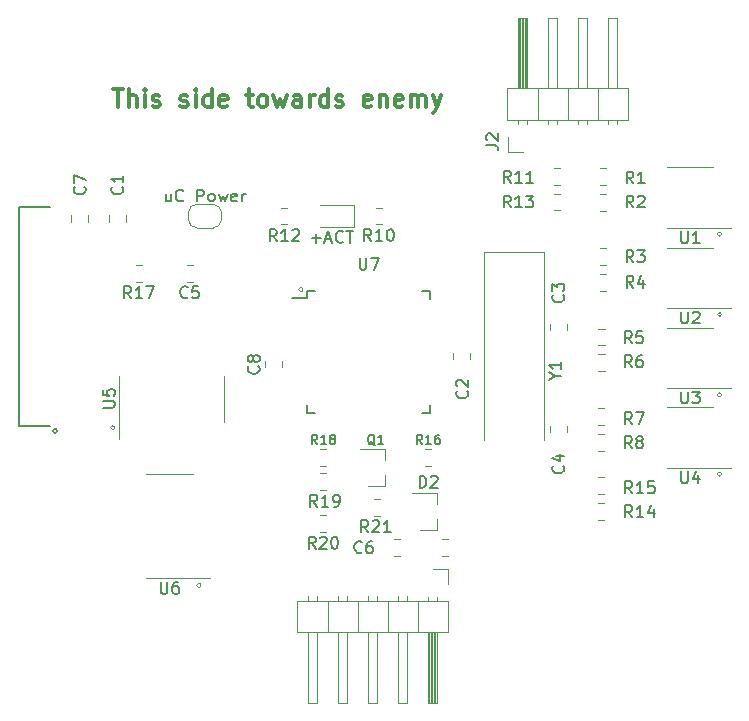
<source format=gbr>
%TF.GenerationSoftware,KiCad,Pcbnew,(5.1.6)-1*%
%TF.CreationDate,2020-05-27T22:40:41+03:00*%
%TF.ProjectId,MD-100 Emulator,4d442d31-3030-4204-956d-756c61746f72,rev?*%
%TF.SameCoordinates,Original*%
%TF.FileFunction,Legend,Top*%
%TF.FilePolarity,Positive*%
%FSLAX46Y46*%
G04 Gerber Fmt 4.6, Leading zero omitted, Abs format (unit mm)*
G04 Created by KiCad (PCBNEW (5.1.6)-1) date 2020-05-27 22:40:41*
%MOMM*%
%LPD*%
G01*
G04 APERTURE LIST*
%ADD10C,0.300000*%
%ADD11C,0.150000*%
%ADD12C,0.120000*%
G04 APERTURE END LIST*
D10*
X95608928Y-92754711D02*
X96466071Y-92754711D01*
X96037500Y-94254711D02*
X96037500Y-92754711D01*
X96966071Y-94254711D02*
X96966071Y-92754711D01*
X97608928Y-94254711D02*
X97608928Y-93468997D01*
X97537500Y-93326140D01*
X97394642Y-93254711D01*
X97180357Y-93254711D01*
X97037500Y-93326140D01*
X96966071Y-93397568D01*
X98323214Y-94254711D02*
X98323214Y-93254711D01*
X98323214Y-92754711D02*
X98251785Y-92826140D01*
X98323214Y-92897568D01*
X98394642Y-92826140D01*
X98323214Y-92754711D01*
X98323214Y-92897568D01*
X98966071Y-94183282D02*
X99108928Y-94254711D01*
X99394642Y-94254711D01*
X99537500Y-94183282D01*
X99608928Y-94040425D01*
X99608928Y-93968997D01*
X99537500Y-93826140D01*
X99394642Y-93754711D01*
X99180357Y-93754711D01*
X99037500Y-93683282D01*
X98966071Y-93540425D01*
X98966071Y-93468997D01*
X99037500Y-93326140D01*
X99180357Y-93254711D01*
X99394642Y-93254711D01*
X99537500Y-93326140D01*
X101323214Y-94183282D02*
X101466071Y-94254711D01*
X101751785Y-94254711D01*
X101894642Y-94183282D01*
X101966071Y-94040425D01*
X101966071Y-93968997D01*
X101894642Y-93826140D01*
X101751785Y-93754711D01*
X101537500Y-93754711D01*
X101394642Y-93683282D01*
X101323214Y-93540425D01*
X101323214Y-93468997D01*
X101394642Y-93326140D01*
X101537500Y-93254711D01*
X101751785Y-93254711D01*
X101894642Y-93326140D01*
X102608928Y-94254711D02*
X102608928Y-93254711D01*
X102608928Y-92754711D02*
X102537500Y-92826140D01*
X102608928Y-92897568D01*
X102680357Y-92826140D01*
X102608928Y-92754711D01*
X102608928Y-92897568D01*
X103966071Y-94254711D02*
X103966071Y-92754711D01*
X103966071Y-94183282D02*
X103823214Y-94254711D01*
X103537500Y-94254711D01*
X103394642Y-94183282D01*
X103323214Y-94111854D01*
X103251785Y-93968997D01*
X103251785Y-93540425D01*
X103323214Y-93397568D01*
X103394642Y-93326140D01*
X103537500Y-93254711D01*
X103823214Y-93254711D01*
X103966071Y-93326140D01*
X105251785Y-94183282D02*
X105108928Y-94254711D01*
X104823214Y-94254711D01*
X104680357Y-94183282D01*
X104608928Y-94040425D01*
X104608928Y-93468997D01*
X104680357Y-93326140D01*
X104823214Y-93254711D01*
X105108928Y-93254711D01*
X105251785Y-93326140D01*
X105323214Y-93468997D01*
X105323214Y-93611854D01*
X104608928Y-93754711D01*
X106894642Y-93254711D02*
X107466071Y-93254711D01*
X107108928Y-92754711D02*
X107108928Y-94040425D01*
X107180357Y-94183282D01*
X107323214Y-94254711D01*
X107466071Y-94254711D01*
X108180357Y-94254711D02*
X108037500Y-94183282D01*
X107966071Y-94111854D01*
X107894642Y-93968997D01*
X107894642Y-93540425D01*
X107966071Y-93397568D01*
X108037500Y-93326140D01*
X108180357Y-93254711D01*
X108394642Y-93254711D01*
X108537500Y-93326140D01*
X108608928Y-93397568D01*
X108680357Y-93540425D01*
X108680357Y-93968997D01*
X108608928Y-94111854D01*
X108537500Y-94183282D01*
X108394642Y-94254711D01*
X108180357Y-94254711D01*
X109180357Y-93254711D02*
X109466071Y-94254711D01*
X109751785Y-93540425D01*
X110037500Y-94254711D01*
X110323214Y-93254711D01*
X111537500Y-94254711D02*
X111537500Y-93468997D01*
X111466071Y-93326140D01*
X111323214Y-93254711D01*
X111037500Y-93254711D01*
X110894642Y-93326140D01*
X111537500Y-94183282D02*
X111394642Y-94254711D01*
X111037500Y-94254711D01*
X110894642Y-94183282D01*
X110823214Y-94040425D01*
X110823214Y-93897568D01*
X110894642Y-93754711D01*
X111037500Y-93683282D01*
X111394642Y-93683282D01*
X111537500Y-93611854D01*
X112251785Y-94254711D02*
X112251785Y-93254711D01*
X112251785Y-93540425D02*
X112323214Y-93397568D01*
X112394642Y-93326140D01*
X112537500Y-93254711D01*
X112680357Y-93254711D01*
X113823214Y-94254711D02*
X113823214Y-92754711D01*
X113823214Y-94183282D02*
X113680357Y-94254711D01*
X113394642Y-94254711D01*
X113251785Y-94183282D01*
X113180357Y-94111854D01*
X113108928Y-93968997D01*
X113108928Y-93540425D01*
X113180357Y-93397568D01*
X113251785Y-93326140D01*
X113394642Y-93254711D01*
X113680357Y-93254711D01*
X113823214Y-93326140D01*
X114466071Y-94183282D02*
X114608928Y-94254711D01*
X114894642Y-94254711D01*
X115037500Y-94183282D01*
X115108928Y-94040425D01*
X115108928Y-93968997D01*
X115037500Y-93826140D01*
X114894642Y-93754711D01*
X114680357Y-93754711D01*
X114537500Y-93683282D01*
X114466071Y-93540425D01*
X114466071Y-93468997D01*
X114537500Y-93326140D01*
X114680357Y-93254711D01*
X114894642Y-93254711D01*
X115037500Y-93326140D01*
X117466071Y-94183282D02*
X117323214Y-94254711D01*
X117037500Y-94254711D01*
X116894642Y-94183282D01*
X116823214Y-94040425D01*
X116823214Y-93468997D01*
X116894642Y-93326140D01*
X117037500Y-93254711D01*
X117323214Y-93254711D01*
X117466071Y-93326140D01*
X117537500Y-93468997D01*
X117537500Y-93611854D01*
X116823214Y-93754711D01*
X118180357Y-93254711D02*
X118180357Y-94254711D01*
X118180357Y-93397568D02*
X118251785Y-93326140D01*
X118394642Y-93254711D01*
X118608928Y-93254711D01*
X118751785Y-93326140D01*
X118823214Y-93468997D01*
X118823214Y-94254711D01*
X120108928Y-94183282D02*
X119966071Y-94254711D01*
X119680357Y-94254711D01*
X119537500Y-94183282D01*
X119466071Y-94040425D01*
X119466071Y-93468997D01*
X119537500Y-93326140D01*
X119680357Y-93254711D01*
X119966071Y-93254711D01*
X120108928Y-93326140D01*
X120180357Y-93468997D01*
X120180357Y-93611854D01*
X119466071Y-93754711D01*
X120823214Y-94254711D02*
X120823214Y-93254711D01*
X120823214Y-93397568D02*
X120894642Y-93326140D01*
X121037500Y-93254711D01*
X121251785Y-93254711D01*
X121394642Y-93326140D01*
X121466071Y-93468997D01*
X121466071Y-94254711D01*
X121466071Y-93468997D02*
X121537500Y-93326140D01*
X121680357Y-93254711D01*
X121894642Y-93254711D01*
X122037500Y-93326140D01*
X122108928Y-93468997D01*
X122108928Y-94254711D01*
X122680357Y-93254711D02*
X123037500Y-94254711D01*
X123394642Y-93254711D02*
X123037500Y-94254711D01*
X122894642Y-94611854D01*
X122823214Y-94683282D01*
X122680357Y-94754711D01*
D11*
X100497047Y-101576214D02*
X100497047Y-102242880D01*
X100068476Y-101576214D02*
X100068476Y-102100023D01*
X100116095Y-102195261D01*
X100211333Y-102242880D01*
X100354190Y-102242880D01*
X100449428Y-102195261D01*
X100497047Y-102147642D01*
X101544666Y-102147642D02*
X101497047Y-102195261D01*
X101354190Y-102242880D01*
X101258952Y-102242880D01*
X101116095Y-102195261D01*
X101020857Y-102100023D01*
X100973238Y-102004785D01*
X100925619Y-101814309D01*
X100925619Y-101671452D01*
X100973238Y-101480976D01*
X101020857Y-101385738D01*
X101116095Y-101290500D01*
X101258952Y-101242880D01*
X101354190Y-101242880D01*
X101497047Y-101290500D01*
X101544666Y-101338119D01*
X102735142Y-102242880D02*
X102735142Y-101242880D01*
X103116095Y-101242880D01*
X103211333Y-101290500D01*
X103258952Y-101338119D01*
X103306571Y-101433357D01*
X103306571Y-101576214D01*
X103258952Y-101671452D01*
X103211333Y-101719071D01*
X103116095Y-101766690D01*
X102735142Y-101766690D01*
X103878000Y-102242880D02*
X103782761Y-102195261D01*
X103735142Y-102147642D01*
X103687523Y-102052404D01*
X103687523Y-101766690D01*
X103735142Y-101671452D01*
X103782761Y-101623833D01*
X103878000Y-101576214D01*
X104020857Y-101576214D01*
X104116095Y-101623833D01*
X104163714Y-101671452D01*
X104211333Y-101766690D01*
X104211333Y-102052404D01*
X104163714Y-102147642D01*
X104116095Y-102195261D01*
X104020857Y-102242880D01*
X103878000Y-102242880D01*
X104544666Y-101576214D02*
X104735142Y-102242880D01*
X104925619Y-101766690D01*
X105116095Y-102242880D01*
X105306571Y-101576214D01*
X106068476Y-102195261D02*
X105973238Y-102242880D01*
X105782761Y-102242880D01*
X105687523Y-102195261D01*
X105639904Y-102100023D01*
X105639904Y-101719071D01*
X105687523Y-101623833D01*
X105782761Y-101576214D01*
X105973238Y-101576214D01*
X106068476Y-101623833D01*
X106116095Y-101719071D01*
X106116095Y-101814309D01*
X105639904Y-101909547D01*
X106544666Y-102242880D02*
X106544666Y-101576214D01*
X106544666Y-101766690D02*
X106592285Y-101671452D01*
X106639904Y-101623833D01*
X106735142Y-101576214D01*
X106830380Y-101576214D01*
X112419023Y-105354428D02*
X113180928Y-105354428D01*
X112799976Y-105735380D02*
X112799976Y-104973476D01*
X113609500Y-105449666D02*
X114085690Y-105449666D01*
X113514261Y-105735380D02*
X113847595Y-104735380D01*
X114180928Y-105735380D01*
X115085690Y-105640142D02*
X115038071Y-105687761D01*
X114895214Y-105735380D01*
X114799976Y-105735380D01*
X114657119Y-105687761D01*
X114561880Y-105592523D01*
X114514261Y-105497285D01*
X114466642Y-105306809D01*
X114466642Y-105163952D01*
X114514261Y-104973476D01*
X114561880Y-104878238D01*
X114657119Y-104783000D01*
X114799976Y-104735380D01*
X114895214Y-104735380D01*
X115038071Y-104783000D01*
X115085690Y-104830619D01*
X115371404Y-104735380D02*
X115942833Y-104735380D01*
X115657119Y-105735380D02*
X115657119Y-104735380D01*
D12*
X111685605Y-109728000D02*
G75*
G03*
X111685605Y-109728000I-179605J0D01*
G01*
X95747105Y-121412000D02*
G75*
G03*
X95747105Y-121412000I-179605J0D01*
G01*
X103049605Y-134747000D02*
G75*
G03*
X103049605Y-134747000I-179605J0D01*
G01*
X147118605Y-105029000D02*
G75*
G03*
X147118605Y-105029000I-179605J0D01*
G01*
X147118605Y-111823500D02*
G75*
G03*
X147118605Y-111823500I-179605J0D01*
G01*
X147118605Y-118618000D02*
G75*
G03*
X147118605Y-118618000I-179605J0D01*
G01*
X147118605Y-125349000D02*
G75*
G03*
X147118605Y-125349000I-179605J0D01*
G01*
%TO.C,U4*%
X144464000Y-119690000D02*
X142514000Y-119690000D01*
X144464000Y-119690000D02*
X146414000Y-119690000D01*
X144464000Y-124810000D02*
X142514000Y-124810000D01*
X144464000Y-124810000D02*
X147914000Y-124810000D01*
%TO.C,U3*%
X144461000Y-112934000D02*
X142511000Y-112934000D01*
X144461000Y-112934000D02*
X146411000Y-112934000D01*
X144461000Y-118054000D02*
X142511000Y-118054000D01*
X144461000Y-118054000D02*
X147911000Y-118054000D01*
%TO.C,U2*%
X144461000Y-106152000D02*
X142511000Y-106152000D01*
X144461000Y-106152000D02*
X146411000Y-106152000D01*
X144461000Y-111272000D02*
X142511000Y-111272000D01*
X144461000Y-111272000D02*
X147911000Y-111272000D01*
%TO.C,U1*%
X144461000Y-99370000D02*
X142511000Y-99370000D01*
X144461000Y-99370000D02*
X146411000Y-99370000D01*
X144461000Y-104490000D02*
X142511000Y-104490000D01*
X144461000Y-104490000D02*
X147911000Y-104490000D01*
%TO.C,Y1*%
X126990000Y-106486000D02*
X126990000Y-122461000D01*
X132090000Y-106486000D02*
X126990000Y-106486000D01*
X132090000Y-122461000D02*
X132090000Y-106486000D01*
D11*
%TO.C,U7*%
X112071000Y-110411000D02*
X110796000Y-110411000D01*
X122421000Y-109836000D02*
X121746000Y-109836000D01*
X122421000Y-120186000D02*
X121746000Y-120186000D01*
X112071000Y-120186000D02*
X112746000Y-120186000D01*
X112071000Y-109836000D02*
X112746000Y-109836000D01*
X112071000Y-120186000D02*
X112071000Y-119511000D01*
X122421000Y-120186000D02*
X122421000Y-119511000D01*
X122421000Y-109836000D02*
X122421000Y-110511000D01*
X112071000Y-109836000D02*
X112071000Y-110411000D01*
D12*
%TO.C,U6*%
X100395000Y-134153000D02*
X103845000Y-134153000D01*
X100395000Y-134153000D02*
X98445000Y-134153000D01*
X100395000Y-125283000D02*
X102345000Y-125283000D01*
X100395000Y-125283000D02*
X98445000Y-125283000D01*
%TO.C,U5*%
X96149000Y-118937000D02*
X96149000Y-122387000D01*
X96149000Y-118937000D02*
X96149000Y-116987000D01*
X105019000Y-118937000D02*
X105019000Y-120887000D01*
X105019000Y-118937000D02*
X105019000Y-116987000D01*
%TO.C,R21*%
X117730748Y-128853000D02*
X118253252Y-128853000D01*
X117730748Y-127433000D02*
X118253252Y-127433000D01*
%TO.C,R20*%
X113663252Y-128830000D02*
X113140748Y-128830000D01*
X113663252Y-130250000D02*
X113140748Y-130250000D01*
%TO.C,R19*%
X113158748Y-126694000D02*
X113681252Y-126694000D01*
X113158748Y-125274000D02*
X113681252Y-125274000D01*
%TO.C,R18*%
X113158748Y-124662000D02*
X113681252Y-124662000D01*
X113158748Y-123242000D02*
X113681252Y-123242000D01*
%TO.C,R17*%
X97519748Y-109041000D02*
X98042252Y-109041000D01*
X97519748Y-107621000D02*
X98042252Y-107621000D01*
%TO.C,R16*%
X122039748Y-124662000D02*
X122562252Y-124662000D01*
X122039748Y-123242000D02*
X122562252Y-123242000D01*
%TO.C,R15*%
X136678748Y-127024000D02*
X137201252Y-127024000D01*
X136678748Y-125604000D02*
X137201252Y-125604000D01*
%TO.C,R14*%
X136678748Y-129183000D02*
X137201252Y-129183000D01*
X136678748Y-127763000D02*
X137201252Y-127763000D01*
%TO.C,R13*%
X133463252Y-101588000D02*
X132940748Y-101588000D01*
X133463252Y-103008000D02*
X132940748Y-103008000D01*
%TO.C,R12*%
X109856748Y-104190000D02*
X110379252Y-104190000D01*
X109856748Y-102770000D02*
X110379252Y-102770000D01*
%TO.C,R11*%
X133471252Y-99430000D02*
X132948748Y-99430000D01*
X133471252Y-100850000D02*
X132948748Y-100850000D01*
%TO.C,R10*%
X118371252Y-102770000D02*
X117848748Y-102770000D01*
X118371252Y-104190000D02*
X117848748Y-104190000D01*
%TO.C,R9*%
X123427748Y-132282000D02*
X123950252Y-132282000D01*
X123427748Y-130862000D02*
X123950252Y-130862000D01*
%TO.C,R8*%
X136678748Y-123341000D02*
X137201252Y-123341000D01*
X136678748Y-121921000D02*
X137201252Y-121921000D01*
%TO.C,R7*%
X136678748Y-121182000D02*
X137201252Y-121182000D01*
X136678748Y-119762000D02*
X137201252Y-119762000D01*
%TO.C,R6*%
X136704748Y-116585000D02*
X137227252Y-116585000D01*
X136704748Y-115165000D02*
X137227252Y-115165000D01*
%TO.C,R5*%
X136704748Y-114426000D02*
X137227252Y-114426000D01*
X136704748Y-113006000D02*
X137227252Y-113006000D01*
%TO.C,R4*%
X136813748Y-109803000D02*
X137336252Y-109803000D01*
X136813748Y-108383000D02*
X137336252Y-108383000D01*
%TO.C,R3*%
X136831748Y-107644000D02*
X137354252Y-107644000D01*
X136831748Y-106224000D02*
X137354252Y-106224000D01*
%TO.C,R2*%
X136822748Y-103021000D02*
X137345252Y-103021000D01*
X136822748Y-101601000D02*
X137345252Y-101601000D01*
%TO.C,R1*%
X136813748Y-100862000D02*
X137336252Y-100862000D01*
X136813748Y-99442000D02*
X137336252Y-99442000D01*
%TO.C,Q1*%
X118667000Y-126355000D02*
X117207000Y-126355000D01*
X118667000Y-123195000D02*
X116507000Y-123195000D01*
X118667000Y-123195000D02*
X118667000Y-124125000D01*
X118667000Y-126355000D02*
X118667000Y-125425000D01*
%TO.C,JP1*%
X102693000Y-102480000D02*
X104093000Y-102480000D01*
X104793000Y-103180000D02*
X104793000Y-103780000D01*
X104093000Y-104480000D02*
X102693000Y-104480000D01*
X101993000Y-103780000D02*
X101993000Y-103180000D01*
X101993000Y-103180000D02*
G75*
G02*
X102693000Y-102480000I700000J0D01*
G01*
X102693000Y-104480000D02*
G75*
G02*
X101993000Y-103780000I0J700000D01*
G01*
X104793000Y-103780000D02*
G75*
G02*
X104093000Y-104480000I-700000J0D01*
G01*
X104093000Y-102480000D02*
G75*
G02*
X104793000Y-103180000I0J-700000D01*
G01*
%TO.C,J3*%
X123952000Y-133350000D02*
X123952000Y-134620000D01*
X122682000Y-133350000D02*
X123952000Y-133350000D01*
X112142000Y-135662929D02*
X112142000Y-136060000D01*
X112902000Y-135662929D02*
X112902000Y-136060000D01*
X112142000Y-144720000D02*
X112142000Y-138720000D01*
X112902000Y-144720000D02*
X112142000Y-144720000D01*
X112902000Y-138720000D02*
X112902000Y-144720000D01*
X113792000Y-136060000D02*
X113792000Y-138720000D01*
X114682000Y-135662929D02*
X114682000Y-136060000D01*
X115442000Y-135662929D02*
X115442000Y-136060000D01*
X114682000Y-144720000D02*
X114682000Y-138720000D01*
X115442000Y-144720000D02*
X114682000Y-144720000D01*
X115442000Y-138720000D02*
X115442000Y-144720000D01*
X116332000Y-136060000D02*
X116332000Y-138720000D01*
X117222000Y-135662929D02*
X117222000Y-136060000D01*
X117982000Y-135662929D02*
X117982000Y-136060000D01*
X117222000Y-144720000D02*
X117222000Y-138720000D01*
X117982000Y-144720000D02*
X117222000Y-144720000D01*
X117982000Y-138720000D02*
X117982000Y-144720000D01*
X118872000Y-136060000D02*
X118872000Y-138720000D01*
X119762000Y-135662929D02*
X119762000Y-136060000D01*
X120522000Y-135662929D02*
X120522000Y-136060000D01*
X119762000Y-144720000D02*
X119762000Y-138720000D01*
X120522000Y-144720000D02*
X119762000Y-144720000D01*
X120522000Y-138720000D02*
X120522000Y-144720000D01*
X121412000Y-136060000D02*
X121412000Y-138720000D01*
X122302000Y-135730000D02*
X122302000Y-136060000D01*
X123062000Y-135730000D02*
X123062000Y-136060000D01*
X122402000Y-138720000D02*
X122402000Y-144720000D01*
X122522000Y-138720000D02*
X122522000Y-144720000D01*
X122642000Y-138720000D02*
X122642000Y-144720000D01*
X122762000Y-138720000D02*
X122762000Y-144720000D01*
X122882000Y-138720000D02*
X122882000Y-144720000D01*
X123002000Y-138720000D02*
X123002000Y-144720000D01*
X122302000Y-144720000D02*
X122302000Y-138720000D01*
X123062000Y-144720000D02*
X122302000Y-144720000D01*
X123062000Y-138720000D02*
X123062000Y-144720000D01*
X124012000Y-138720000D02*
X124012000Y-136060000D01*
X111192000Y-138720000D02*
X124012000Y-138720000D01*
X111192000Y-136060000D02*
X111192000Y-138720000D01*
X124012000Y-136060000D02*
X111192000Y-136060000D01*
%TO.C,J2*%
X129032000Y-98044000D02*
X129032000Y-96774000D01*
X130302000Y-98044000D02*
X129032000Y-98044000D01*
X138302000Y-95731071D02*
X138302000Y-95334000D01*
X137542000Y-95731071D02*
X137542000Y-95334000D01*
X138302000Y-86674000D02*
X138302000Y-92674000D01*
X137542000Y-86674000D02*
X138302000Y-86674000D01*
X137542000Y-92674000D02*
X137542000Y-86674000D01*
X136652000Y-95334000D02*
X136652000Y-92674000D01*
X135762000Y-95731071D02*
X135762000Y-95334000D01*
X135002000Y-95731071D02*
X135002000Y-95334000D01*
X135762000Y-86674000D02*
X135762000Y-92674000D01*
X135002000Y-86674000D02*
X135762000Y-86674000D01*
X135002000Y-92674000D02*
X135002000Y-86674000D01*
X134112000Y-95334000D02*
X134112000Y-92674000D01*
X133222000Y-95731071D02*
X133222000Y-95334000D01*
X132462000Y-95731071D02*
X132462000Y-95334000D01*
X133222000Y-86674000D02*
X133222000Y-92674000D01*
X132462000Y-86674000D02*
X133222000Y-86674000D01*
X132462000Y-92674000D02*
X132462000Y-86674000D01*
X131572000Y-95334000D02*
X131572000Y-92674000D01*
X130682000Y-95664000D02*
X130682000Y-95334000D01*
X129922000Y-95664000D02*
X129922000Y-95334000D01*
X130582000Y-92674000D02*
X130582000Y-86674000D01*
X130462000Y-92674000D02*
X130462000Y-86674000D01*
X130342000Y-92674000D02*
X130342000Y-86674000D01*
X130222000Y-92674000D02*
X130222000Y-86674000D01*
X130102000Y-92674000D02*
X130102000Y-86674000D01*
X129982000Y-92674000D02*
X129982000Y-86674000D01*
X130682000Y-86674000D02*
X130682000Y-92674000D01*
X129922000Y-86674000D02*
X130682000Y-86674000D01*
X129922000Y-92674000D02*
X129922000Y-86674000D01*
X128972000Y-92674000D02*
X128972000Y-95334000D01*
X139252000Y-92674000D02*
X128972000Y-92674000D01*
X139252000Y-95334000D02*
X139252000Y-92674000D01*
X128972000Y-95334000D02*
X139252000Y-95334000D01*
D11*
%TO.C,J1*%
X90857605Y-121666000D02*
G75*
G03*
X90857605Y-121666000I-179605J0D01*
G01*
X87630000Y-102743000D02*
X90297000Y-102743000D01*
X87630000Y-121285000D02*
X87630000Y-102743000D01*
X90297000Y-121285000D02*
X87630000Y-121285000D01*
D12*
%TO.C,D2*%
X123061000Y-130104000D02*
X121601000Y-130104000D01*
X123061000Y-126944000D02*
X120901000Y-126944000D01*
X123061000Y-126944000D02*
X123061000Y-127874000D01*
X123061000Y-130104000D02*
X123061000Y-129174000D01*
%TO.C,D1*%
X116024000Y-102520000D02*
X113164000Y-102520000D01*
X116024000Y-104440000D02*
X116024000Y-102520000D01*
X113164000Y-104440000D02*
X116024000Y-104440000D01*
%TO.C,C8*%
X109930000Y-116297252D02*
X109930000Y-115774748D01*
X108510000Y-116297252D02*
X108510000Y-115774748D01*
%TO.C,C7*%
X93496200Y-103944252D02*
X93496200Y-103421748D01*
X92076200Y-103944252D02*
X92076200Y-103421748D01*
%TO.C,C6*%
X119886252Y-130862000D02*
X119363748Y-130862000D01*
X119886252Y-132282000D02*
X119363748Y-132282000D01*
%TO.C,C5*%
X101837748Y-109041000D02*
X102360252Y-109041000D01*
X101837748Y-107621000D02*
X102360252Y-107621000D01*
%TO.C,C4*%
X134060000Y-121791252D02*
X134060000Y-121268748D01*
X132640000Y-121791252D02*
X132640000Y-121268748D01*
%TO.C,C3*%
X132640000Y-112632748D02*
X132640000Y-113155252D01*
X134060000Y-112632748D02*
X134060000Y-113155252D01*
%TO.C,C2*%
X125805000Y-115586252D02*
X125805000Y-115063748D01*
X124385000Y-115586252D02*
X124385000Y-115063748D01*
%TO.C,C1*%
X96671200Y-103944252D02*
X96671200Y-103421748D01*
X95251200Y-103944252D02*
X95251200Y-103421748D01*
%TO.C,U4*%
D11*
X143702095Y-125102380D02*
X143702095Y-125911904D01*
X143749714Y-126007142D01*
X143797333Y-126054761D01*
X143892571Y-126102380D01*
X144083047Y-126102380D01*
X144178285Y-126054761D01*
X144225904Y-126007142D01*
X144273523Y-125911904D01*
X144273523Y-125102380D01*
X145178285Y-125435714D02*
X145178285Y-126102380D01*
X144940190Y-125054761D02*
X144702095Y-125769047D01*
X145321142Y-125769047D01*
%TO.C,U3*%
X143699095Y-118346380D02*
X143699095Y-119155904D01*
X143746714Y-119251142D01*
X143794333Y-119298761D01*
X143889571Y-119346380D01*
X144080047Y-119346380D01*
X144175285Y-119298761D01*
X144222904Y-119251142D01*
X144270523Y-119155904D01*
X144270523Y-118346380D01*
X144651476Y-118346380D02*
X145270523Y-118346380D01*
X144937190Y-118727333D01*
X145080047Y-118727333D01*
X145175285Y-118774952D01*
X145222904Y-118822571D01*
X145270523Y-118917809D01*
X145270523Y-119155904D01*
X145222904Y-119251142D01*
X145175285Y-119298761D01*
X145080047Y-119346380D01*
X144794333Y-119346380D01*
X144699095Y-119298761D01*
X144651476Y-119251142D01*
%TO.C,U2*%
X143699095Y-111564380D02*
X143699095Y-112373904D01*
X143746714Y-112469142D01*
X143794333Y-112516761D01*
X143889571Y-112564380D01*
X144080047Y-112564380D01*
X144175285Y-112516761D01*
X144222904Y-112469142D01*
X144270523Y-112373904D01*
X144270523Y-111564380D01*
X144699095Y-111659619D02*
X144746714Y-111612000D01*
X144841952Y-111564380D01*
X145080047Y-111564380D01*
X145175285Y-111612000D01*
X145222904Y-111659619D01*
X145270523Y-111754857D01*
X145270523Y-111850095D01*
X145222904Y-111992952D01*
X144651476Y-112564380D01*
X145270523Y-112564380D01*
%TO.C,U1*%
X143699095Y-104782380D02*
X143699095Y-105591904D01*
X143746714Y-105687142D01*
X143794333Y-105734761D01*
X143889571Y-105782380D01*
X144080047Y-105782380D01*
X144175285Y-105734761D01*
X144222904Y-105687142D01*
X144270523Y-105591904D01*
X144270523Y-104782380D01*
X145270523Y-105782380D02*
X144699095Y-105782380D01*
X144984809Y-105782380D02*
X144984809Y-104782380D01*
X144889571Y-104925238D01*
X144794333Y-105020476D01*
X144699095Y-105068095D01*
%TO.C,Y1*%
X133066190Y-117037190D02*
X133542380Y-117037190D01*
X132542380Y-117370523D02*
X133066190Y-117037190D01*
X132542380Y-116703857D01*
X133542380Y-115846714D02*
X133542380Y-116418142D01*
X133542380Y-116132428D02*
X132542380Y-116132428D01*
X132685238Y-116227666D01*
X132780476Y-116322904D01*
X132828095Y-116418142D01*
%TO.C,U7*%
X116484095Y-107013380D02*
X116484095Y-107822904D01*
X116531714Y-107918142D01*
X116579333Y-107965761D01*
X116674571Y-108013380D01*
X116865047Y-108013380D01*
X116960285Y-107965761D01*
X117007904Y-107918142D01*
X117055523Y-107822904D01*
X117055523Y-107013380D01*
X117436476Y-107013380D02*
X118103142Y-107013380D01*
X117674571Y-108013380D01*
%TO.C,U6*%
X99633095Y-134450380D02*
X99633095Y-135259904D01*
X99680714Y-135355142D01*
X99728333Y-135402761D01*
X99823571Y-135450380D01*
X100014047Y-135450380D01*
X100109285Y-135402761D01*
X100156904Y-135355142D01*
X100204523Y-135259904D01*
X100204523Y-134450380D01*
X101109285Y-134450380D02*
X100918809Y-134450380D01*
X100823571Y-134498000D01*
X100775952Y-134545619D01*
X100680714Y-134688476D01*
X100633095Y-134878952D01*
X100633095Y-135259904D01*
X100680714Y-135355142D01*
X100728333Y-135402761D01*
X100823571Y-135450380D01*
X101014047Y-135450380D01*
X101109285Y-135402761D01*
X101156904Y-135355142D01*
X101204523Y-135259904D01*
X101204523Y-135021809D01*
X101156904Y-134926571D01*
X101109285Y-134878952D01*
X101014047Y-134831333D01*
X100823571Y-134831333D01*
X100728333Y-134878952D01*
X100680714Y-134926571D01*
X100633095Y-135021809D01*
%TO.C,U5*%
X94756380Y-119698904D02*
X95565904Y-119698904D01*
X95661142Y-119651285D01*
X95708761Y-119603666D01*
X95756380Y-119508428D01*
X95756380Y-119317952D01*
X95708761Y-119222714D01*
X95661142Y-119175095D01*
X95565904Y-119127476D01*
X94756380Y-119127476D01*
X94756380Y-118175095D02*
X94756380Y-118651285D01*
X95232571Y-118698904D01*
X95184952Y-118651285D01*
X95137333Y-118556047D01*
X95137333Y-118317952D01*
X95184952Y-118222714D01*
X95232571Y-118175095D01*
X95327809Y-118127476D01*
X95565904Y-118127476D01*
X95661142Y-118175095D01*
X95708761Y-118222714D01*
X95756380Y-118317952D01*
X95756380Y-118556047D01*
X95708761Y-118651285D01*
X95661142Y-118698904D01*
%TO.C,R21*%
X117213142Y-130246380D02*
X116879809Y-129770190D01*
X116641714Y-130246380D02*
X116641714Y-129246380D01*
X117022666Y-129246380D01*
X117117904Y-129294000D01*
X117165523Y-129341619D01*
X117213142Y-129436857D01*
X117213142Y-129579714D01*
X117165523Y-129674952D01*
X117117904Y-129722571D01*
X117022666Y-129770190D01*
X116641714Y-129770190D01*
X117594095Y-129341619D02*
X117641714Y-129294000D01*
X117736952Y-129246380D01*
X117975047Y-129246380D01*
X118070285Y-129294000D01*
X118117904Y-129341619D01*
X118165523Y-129436857D01*
X118165523Y-129532095D01*
X118117904Y-129674952D01*
X117546476Y-130246380D01*
X118165523Y-130246380D01*
X119117904Y-130246380D02*
X118546476Y-130246380D01*
X118832190Y-130246380D02*
X118832190Y-129246380D01*
X118736952Y-129389238D01*
X118641714Y-129484476D01*
X118546476Y-129532095D01*
%TO.C,R20*%
X112759142Y-131642380D02*
X112425809Y-131166190D01*
X112187714Y-131642380D02*
X112187714Y-130642380D01*
X112568666Y-130642380D01*
X112663904Y-130690000D01*
X112711523Y-130737619D01*
X112759142Y-130832857D01*
X112759142Y-130975714D01*
X112711523Y-131070952D01*
X112663904Y-131118571D01*
X112568666Y-131166190D01*
X112187714Y-131166190D01*
X113140095Y-130737619D02*
X113187714Y-130690000D01*
X113282952Y-130642380D01*
X113521047Y-130642380D01*
X113616285Y-130690000D01*
X113663904Y-130737619D01*
X113711523Y-130832857D01*
X113711523Y-130928095D01*
X113663904Y-131070952D01*
X113092476Y-131642380D01*
X113711523Y-131642380D01*
X114330571Y-130642380D02*
X114425809Y-130642380D01*
X114521047Y-130690000D01*
X114568666Y-130737619D01*
X114616285Y-130832857D01*
X114663904Y-131023333D01*
X114663904Y-131261428D01*
X114616285Y-131451904D01*
X114568666Y-131547142D01*
X114521047Y-131594761D01*
X114425809Y-131642380D01*
X114330571Y-131642380D01*
X114235333Y-131594761D01*
X114187714Y-131547142D01*
X114140095Y-131451904D01*
X114092476Y-131261428D01*
X114092476Y-131023333D01*
X114140095Y-130832857D01*
X114187714Y-130737619D01*
X114235333Y-130690000D01*
X114330571Y-130642380D01*
%TO.C,R19*%
X112904142Y-128087380D02*
X112570809Y-127611190D01*
X112332714Y-128087380D02*
X112332714Y-127087380D01*
X112713666Y-127087380D01*
X112808904Y-127135000D01*
X112856523Y-127182619D01*
X112904142Y-127277857D01*
X112904142Y-127420714D01*
X112856523Y-127515952D01*
X112808904Y-127563571D01*
X112713666Y-127611190D01*
X112332714Y-127611190D01*
X113856523Y-128087380D02*
X113285095Y-128087380D01*
X113570809Y-128087380D02*
X113570809Y-127087380D01*
X113475571Y-127230238D01*
X113380333Y-127325476D01*
X113285095Y-127373095D01*
X114332714Y-128087380D02*
X114523190Y-128087380D01*
X114618428Y-128039761D01*
X114666047Y-127992142D01*
X114761285Y-127849285D01*
X114808904Y-127658809D01*
X114808904Y-127277857D01*
X114761285Y-127182619D01*
X114713666Y-127135000D01*
X114618428Y-127087380D01*
X114427952Y-127087380D01*
X114332714Y-127135000D01*
X114285095Y-127182619D01*
X114237476Y-127277857D01*
X114237476Y-127515952D01*
X114285095Y-127611190D01*
X114332714Y-127658809D01*
X114427952Y-127706428D01*
X114618428Y-127706428D01*
X114713666Y-127658809D01*
X114761285Y-127611190D01*
X114808904Y-127515952D01*
%TO.C,R18*%
X112905714Y-122789904D02*
X112639047Y-122408952D01*
X112448571Y-122789904D02*
X112448571Y-121989904D01*
X112753333Y-121989904D01*
X112829523Y-122028000D01*
X112867619Y-122066095D01*
X112905714Y-122142285D01*
X112905714Y-122256571D01*
X112867619Y-122332761D01*
X112829523Y-122370857D01*
X112753333Y-122408952D01*
X112448571Y-122408952D01*
X113667619Y-122789904D02*
X113210476Y-122789904D01*
X113439047Y-122789904D02*
X113439047Y-121989904D01*
X113362857Y-122104190D01*
X113286666Y-122180380D01*
X113210476Y-122218476D01*
X114124761Y-122332761D02*
X114048571Y-122294666D01*
X114010476Y-122256571D01*
X113972380Y-122180380D01*
X113972380Y-122142285D01*
X114010476Y-122066095D01*
X114048571Y-122028000D01*
X114124761Y-121989904D01*
X114277142Y-121989904D01*
X114353333Y-122028000D01*
X114391428Y-122066095D01*
X114429523Y-122142285D01*
X114429523Y-122180380D01*
X114391428Y-122256571D01*
X114353333Y-122294666D01*
X114277142Y-122332761D01*
X114124761Y-122332761D01*
X114048571Y-122370857D01*
X114010476Y-122408952D01*
X113972380Y-122485142D01*
X113972380Y-122637523D01*
X114010476Y-122713714D01*
X114048571Y-122751809D01*
X114124761Y-122789904D01*
X114277142Y-122789904D01*
X114353333Y-122751809D01*
X114391428Y-122713714D01*
X114429523Y-122637523D01*
X114429523Y-122485142D01*
X114391428Y-122408952D01*
X114353333Y-122370857D01*
X114277142Y-122332761D01*
%TO.C,R17*%
X97147142Y-110434380D02*
X96813809Y-109958190D01*
X96575714Y-110434380D02*
X96575714Y-109434380D01*
X96956666Y-109434380D01*
X97051904Y-109482000D01*
X97099523Y-109529619D01*
X97147142Y-109624857D01*
X97147142Y-109767714D01*
X97099523Y-109862952D01*
X97051904Y-109910571D01*
X96956666Y-109958190D01*
X96575714Y-109958190D01*
X98099523Y-110434380D02*
X97528095Y-110434380D01*
X97813809Y-110434380D02*
X97813809Y-109434380D01*
X97718571Y-109577238D01*
X97623333Y-109672476D01*
X97528095Y-109720095D01*
X98432857Y-109434380D02*
X99099523Y-109434380D01*
X98670952Y-110434380D01*
%TO.C,R16*%
X121786714Y-122789904D02*
X121520047Y-122408952D01*
X121329571Y-122789904D02*
X121329571Y-121989904D01*
X121634333Y-121989904D01*
X121710523Y-122028000D01*
X121748619Y-122066095D01*
X121786714Y-122142285D01*
X121786714Y-122256571D01*
X121748619Y-122332761D01*
X121710523Y-122370857D01*
X121634333Y-122408952D01*
X121329571Y-122408952D01*
X122548619Y-122789904D02*
X122091476Y-122789904D01*
X122320047Y-122789904D02*
X122320047Y-121989904D01*
X122243857Y-122104190D01*
X122167666Y-122180380D01*
X122091476Y-122218476D01*
X123234333Y-121989904D02*
X123081952Y-121989904D01*
X123005761Y-122028000D01*
X122967666Y-122066095D01*
X122891476Y-122180380D01*
X122853380Y-122332761D01*
X122853380Y-122637523D01*
X122891476Y-122713714D01*
X122929571Y-122751809D01*
X123005761Y-122789904D01*
X123158142Y-122789904D01*
X123234333Y-122751809D01*
X123272428Y-122713714D01*
X123310523Y-122637523D01*
X123310523Y-122447047D01*
X123272428Y-122370857D01*
X123234333Y-122332761D01*
X123158142Y-122294666D01*
X123005761Y-122294666D01*
X122929571Y-122332761D01*
X122891476Y-122370857D01*
X122853380Y-122447047D01*
%TO.C,R15*%
X139565142Y-126944380D02*
X139231809Y-126468190D01*
X138993714Y-126944380D02*
X138993714Y-125944380D01*
X139374666Y-125944380D01*
X139469904Y-125992000D01*
X139517523Y-126039619D01*
X139565142Y-126134857D01*
X139565142Y-126277714D01*
X139517523Y-126372952D01*
X139469904Y-126420571D01*
X139374666Y-126468190D01*
X138993714Y-126468190D01*
X140517523Y-126944380D02*
X139946095Y-126944380D01*
X140231809Y-126944380D02*
X140231809Y-125944380D01*
X140136571Y-126087238D01*
X140041333Y-126182476D01*
X139946095Y-126230095D01*
X141422285Y-125944380D02*
X140946095Y-125944380D01*
X140898476Y-126420571D01*
X140946095Y-126372952D01*
X141041333Y-126325333D01*
X141279428Y-126325333D01*
X141374666Y-126372952D01*
X141422285Y-126420571D01*
X141469904Y-126515809D01*
X141469904Y-126753904D01*
X141422285Y-126849142D01*
X141374666Y-126896761D01*
X141279428Y-126944380D01*
X141041333Y-126944380D01*
X140946095Y-126896761D01*
X140898476Y-126849142D01*
%TO.C,R14*%
X139565142Y-128976380D02*
X139231809Y-128500190D01*
X138993714Y-128976380D02*
X138993714Y-127976380D01*
X139374666Y-127976380D01*
X139469904Y-128024000D01*
X139517523Y-128071619D01*
X139565142Y-128166857D01*
X139565142Y-128309714D01*
X139517523Y-128404952D01*
X139469904Y-128452571D01*
X139374666Y-128500190D01*
X138993714Y-128500190D01*
X140517523Y-128976380D02*
X139946095Y-128976380D01*
X140231809Y-128976380D02*
X140231809Y-127976380D01*
X140136571Y-128119238D01*
X140041333Y-128214476D01*
X139946095Y-128262095D01*
X141374666Y-128309714D02*
X141374666Y-128976380D01*
X141136571Y-127928761D02*
X140898476Y-128643047D01*
X141517523Y-128643047D01*
%TO.C,R13*%
X129278642Y-102750380D02*
X128945309Y-102274190D01*
X128707214Y-102750380D02*
X128707214Y-101750380D01*
X129088166Y-101750380D01*
X129183404Y-101798000D01*
X129231023Y-101845619D01*
X129278642Y-101940857D01*
X129278642Y-102083714D01*
X129231023Y-102178952D01*
X129183404Y-102226571D01*
X129088166Y-102274190D01*
X128707214Y-102274190D01*
X130231023Y-102750380D02*
X129659595Y-102750380D01*
X129945309Y-102750380D02*
X129945309Y-101750380D01*
X129850071Y-101893238D01*
X129754833Y-101988476D01*
X129659595Y-102036095D01*
X130564357Y-101750380D02*
X131183404Y-101750380D01*
X130850071Y-102131333D01*
X130992928Y-102131333D01*
X131088166Y-102178952D01*
X131135785Y-102226571D01*
X131183404Y-102321809D01*
X131183404Y-102559904D01*
X131135785Y-102655142D01*
X131088166Y-102702761D01*
X130992928Y-102750380D01*
X130707214Y-102750380D01*
X130611976Y-102702761D01*
X130564357Y-102655142D01*
%TO.C,R12*%
X109466142Y-105608380D02*
X109132809Y-105132190D01*
X108894714Y-105608380D02*
X108894714Y-104608380D01*
X109275666Y-104608380D01*
X109370904Y-104656000D01*
X109418523Y-104703619D01*
X109466142Y-104798857D01*
X109466142Y-104941714D01*
X109418523Y-105036952D01*
X109370904Y-105084571D01*
X109275666Y-105132190D01*
X108894714Y-105132190D01*
X110418523Y-105608380D02*
X109847095Y-105608380D01*
X110132809Y-105608380D02*
X110132809Y-104608380D01*
X110037571Y-104751238D01*
X109942333Y-104846476D01*
X109847095Y-104894095D01*
X110799476Y-104703619D02*
X110847095Y-104656000D01*
X110942333Y-104608380D01*
X111180428Y-104608380D01*
X111275666Y-104656000D01*
X111323285Y-104703619D01*
X111370904Y-104798857D01*
X111370904Y-104894095D01*
X111323285Y-105036952D01*
X110751857Y-105608380D01*
X111370904Y-105608380D01*
%TO.C,R11*%
X129278142Y-100655380D02*
X128944809Y-100179190D01*
X128706714Y-100655380D02*
X128706714Y-99655380D01*
X129087666Y-99655380D01*
X129182904Y-99703000D01*
X129230523Y-99750619D01*
X129278142Y-99845857D01*
X129278142Y-99988714D01*
X129230523Y-100083952D01*
X129182904Y-100131571D01*
X129087666Y-100179190D01*
X128706714Y-100179190D01*
X130230523Y-100655380D02*
X129659095Y-100655380D01*
X129944809Y-100655380D02*
X129944809Y-99655380D01*
X129849571Y-99798238D01*
X129754333Y-99893476D01*
X129659095Y-99941095D01*
X131182904Y-100655380D02*
X130611476Y-100655380D01*
X130897190Y-100655380D02*
X130897190Y-99655380D01*
X130801952Y-99798238D01*
X130706714Y-99893476D01*
X130611476Y-99941095D01*
%TO.C,R10*%
X117467142Y-105582380D02*
X117133809Y-105106190D01*
X116895714Y-105582380D02*
X116895714Y-104582380D01*
X117276666Y-104582380D01*
X117371904Y-104630000D01*
X117419523Y-104677619D01*
X117467142Y-104772857D01*
X117467142Y-104915714D01*
X117419523Y-105010952D01*
X117371904Y-105058571D01*
X117276666Y-105106190D01*
X116895714Y-105106190D01*
X118419523Y-105582380D02*
X117848095Y-105582380D01*
X118133809Y-105582380D02*
X118133809Y-104582380D01*
X118038571Y-104725238D01*
X117943333Y-104820476D01*
X117848095Y-104868095D01*
X119038571Y-104582380D02*
X119133809Y-104582380D01*
X119229047Y-104630000D01*
X119276666Y-104677619D01*
X119324285Y-104772857D01*
X119371904Y-104963333D01*
X119371904Y-105201428D01*
X119324285Y-105391904D01*
X119276666Y-105487142D01*
X119229047Y-105534761D01*
X119133809Y-105582380D01*
X119038571Y-105582380D01*
X118943333Y-105534761D01*
X118895714Y-105487142D01*
X118848095Y-105391904D01*
X118800476Y-105201428D01*
X118800476Y-104963333D01*
X118848095Y-104772857D01*
X118895714Y-104677619D01*
X118943333Y-104630000D01*
X119038571Y-104582380D01*
%TO.C,R8*%
X139533333Y-123134380D02*
X139200000Y-122658190D01*
X138961904Y-123134380D02*
X138961904Y-122134380D01*
X139342857Y-122134380D01*
X139438095Y-122182000D01*
X139485714Y-122229619D01*
X139533333Y-122324857D01*
X139533333Y-122467714D01*
X139485714Y-122562952D01*
X139438095Y-122610571D01*
X139342857Y-122658190D01*
X138961904Y-122658190D01*
X140104761Y-122562952D02*
X140009523Y-122515333D01*
X139961904Y-122467714D01*
X139914285Y-122372476D01*
X139914285Y-122324857D01*
X139961904Y-122229619D01*
X140009523Y-122182000D01*
X140104761Y-122134380D01*
X140295238Y-122134380D01*
X140390476Y-122182000D01*
X140438095Y-122229619D01*
X140485714Y-122324857D01*
X140485714Y-122372476D01*
X140438095Y-122467714D01*
X140390476Y-122515333D01*
X140295238Y-122562952D01*
X140104761Y-122562952D01*
X140009523Y-122610571D01*
X139961904Y-122658190D01*
X139914285Y-122753428D01*
X139914285Y-122943904D01*
X139961904Y-123039142D01*
X140009523Y-123086761D01*
X140104761Y-123134380D01*
X140295238Y-123134380D01*
X140390476Y-123086761D01*
X140438095Y-123039142D01*
X140485714Y-122943904D01*
X140485714Y-122753428D01*
X140438095Y-122658190D01*
X140390476Y-122610571D01*
X140295238Y-122562952D01*
%TO.C,R7*%
X139533333Y-121102380D02*
X139200000Y-120626190D01*
X138961904Y-121102380D02*
X138961904Y-120102380D01*
X139342857Y-120102380D01*
X139438095Y-120150000D01*
X139485714Y-120197619D01*
X139533333Y-120292857D01*
X139533333Y-120435714D01*
X139485714Y-120530952D01*
X139438095Y-120578571D01*
X139342857Y-120626190D01*
X138961904Y-120626190D01*
X139866666Y-120102380D02*
X140533333Y-120102380D01*
X140104761Y-121102380D01*
%TO.C,R6*%
X139533333Y-116276380D02*
X139200000Y-115800190D01*
X138961904Y-116276380D02*
X138961904Y-115276380D01*
X139342857Y-115276380D01*
X139438095Y-115324000D01*
X139485714Y-115371619D01*
X139533333Y-115466857D01*
X139533333Y-115609714D01*
X139485714Y-115704952D01*
X139438095Y-115752571D01*
X139342857Y-115800190D01*
X138961904Y-115800190D01*
X140390476Y-115276380D02*
X140200000Y-115276380D01*
X140104761Y-115324000D01*
X140057142Y-115371619D01*
X139961904Y-115514476D01*
X139914285Y-115704952D01*
X139914285Y-116085904D01*
X139961904Y-116181142D01*
X140009523Y-116228761D01*
X140104761Y-116276380D01*
X140295238Y-116276380D01*
X140390476Y-116228761D01*
X140438095Y-116181142D01*
X140485714Y-116085904D01*
X140485714Y-115847809D01*
X140438095Y-115752571D01*
X140390476Y-115704952D01*
X140295238Y-115657333D01*
X140104761Y-115657333D01*
X140009523Y-115704952D01*
X139961904Y-115752571D01*
X139914285Y-115847809D01*
%TO.C,R5*%
X139533333Y-114244380D02*
X139200000Y-113768190D01*
X138961904Y-114244380D02*
X138961904Y-113244380D01*
X139342857Y-113244380D01*
X139438095Y-113292000D01*
X139485714Y-113339619D01*
X139533333Y-113434857D01*
X139533333Y-113577714D01*
X139485714Y-113672952D01*
X139438095Y-113720571D01*
X139342857Y-113768190D01*
X138961904Y-113768190D01*
X140438095Y-113244380D02*
X139961904Y-113244380D01*
X139914285Y-113720571D01*
X139961904Y-113672952D01*
X140057142Y-113625333D01*
X140295238Y-113625333D01*
X140390476Y-113672952D01*
X140438095Y-113720571D01*
X140485714Y-113815809D01*
X140485714Y-114053904D01*
X140438095Y-114149142D01*
X140390476Y-114196761D01*
X140295238Y-114244380D01*
X140057142Y-114244380D01*
X139961904Y-114196761D01*
X139914285Y-114149142D01*
%TO.C,R4*%
X139660333Y-109545380D02*
X139327000Y-109069190D01*
X139088904Y-109545380D02*
X139088904Y-108545380D01*
X139469857Y-108545380D01*
X139565095Y-108593000D01*
X139612714Y-108640619D01*
X139660333Y-108735857D01*
X139660333Y-108878714D01*
X139612714Y-108973952D01*
X139565095Y-109021571D01*
X139469857Y-109069190D01*
X139088904Y-109069190D01*
X140517476Y-108878714D02*
X140517476Y-109545380D01*
X140279380Y-108497761D02*
X140041285Y-109212047D01*
X140660333Y-109212047D01*
%TO.C,R3*%
X139660333Y-107386380D02*
X139327000Y-106910190D01*
X139088904Y-107386380D02*
X139088904Y-106386380D01*
X139469857Y-106386380D01*
X139565095Y-106434000D01*
X139612714Y-106481619D01*
X139660333Y-106576857D01*
X139660333Y-106719714D01*
X139612714Y-106814952D01*
X139565095Y-106862571D01*
X139469857Y-106910190D01*
X139088904Y-106910190D01*
X139993666Y-106386380D02*
X140612714Y-106386380D01*
X140279380Y-106767333D01*
X140422238Y-106767333D01*
X140517476Y-106814952D01*
X140565095Y-106862571D01*
X140612714Y-106957809D01*
X140612714Y-107195904D01*
X140565095Y-107291142D01*
X140517476Y-107338761D01*
X140422238Y-107386380D01*
X140136523Y-107386380D01*
X140041285Y-107338761D01*
X139993666Y-107291142D01*
%TO.C,R2*%
X139660333Y-102750880D02*
X139327000Y-102274690D01*
X139088904Y-102750880D02*
X139088904Y-101750880D01*
X139469857Y-101750880D01*
X139565095Y-101798500D01*
X139612714Y-101846119D01*
X139660333Y-101941357D01*
X139660333Y-102084214D01*
X139612714Y-102179452D01*
X139565095Y-102227071D01*
X139469857Y-102274690D01*
X139088904Y-102274690D01*
X140041285Y-101846119D02*
X140088904Y-101798500D01*
X140184142Y-101750880D01*
X140422238Y-101750880D01*
X140517476Y-101798500D01*
X140565095Y-101846119D01*
X140612714Y-101941357D01*
X140612714Y-102036595D01*
X140565095Y-102179452D01*
X139993666Y-102750880D01*
X140612714Y-102750880D01*
%TO.C,R1*%
X139660333Y-100718880D02*
X139327000Y-100242690D01*
X139088904Y-100718880D02*
X139088904Y-99718880D01*
X139469857Y-99718880D01*
X139565095Y-99766500D01*
X139612714Y-99814119D01*
X139660333Y-99909357D01*
X139660333Y-100052214D01*
X139612714Y-100147452D01*
X139565095Y-100195071D01*
X139469857Y-100242690D01*
X139088904Y-100242690D01*
X140612714Y-100718880D02*
X140041285Y-100718880D01*
X140327000Y-100718880D02*
X140327000Y-99718880D01*
X140231761Y-99861738D01*
X140136523Y-99956976D01*
X140041285Y-100004595D01*
%TO.C,Q1*%
X117779809Y-122866095D02*
X117703619Y-122828000D01*
X117627428Y-122751809D01*
X117513142Y-122637523D01*
X117436952Y-122599428D01*
X117360761Y-122599428D01*
X117398857Y-122789904D02*
X117322666Y-122751809D01*
X117246476Y-122675619D01*
X117208380Y-122523238D01*
X117208380Y-122256571D01*
X117246476Y-122104190D01*
X117322666Y-122028000D01*
X117398857Y-121989904D01*
X117551238Y-121989904D01*
X117627428Y-122028000D01*
X117703619Y-122104190D01*
X117741714Y-122256571D01*
X117741714Y-122523238D01*
X117703619Y-122675619D01*
X117627428Y-122751809D01*
X117551238Y-122789904D01*
X117398857Y-122789904D01*
X118503619Y-122789904D02*
X118046476Y-122789904D01*
X118275047Y-122789904D02*
X118275047Y-121989904D01*
X118198857Y-122104190D01*
X118122666Y-122180380D01*
X118046476Y-122218476D01*
%TO.C,J2*%
X127214380Y-97488333D02*
X127928666Y-97488333D01*
X128071523Y-97535952D01*
X128166761Y-97631190D01*
X128214380Y-97774047D01*
X128214380Y-97869285D01*
X127309619Y-97059761D02*
X127262000Y-97012142D01*
X127214380Y-96916904D01*
X127214380Y-96678809D01*
X127262000Y-96583571D01*
X127309619Y-96535952D01*
X127404857Y-96488333D01*
X127500095Y-96488333D01*
X127642952Y-96535952D01*
X128214380Y-97107380D01*
X128214380Y-96488333D01*
%TO.C,D2*%
X121562904Y-126476380D02*
X121562904Y-125476380D01*
X121801000Y-125476380D01*
X121943857Y-125524000D01*
X122039095Y-125619238D01*
X122086714Y-125714476D01*
X122134333Y-125904952D01*
X122134333Y-126047809D01*
X122086714Y-126238285D01*
X122039095Y-126333523D01*
X121943857Y-126428761D01*
X121801000Y-126476380D01*
X121562904Y-126476380D01*
X122515285Y-125571619D02*
X122562904Y-125524000D01*
X122658142Y-125476380D01*
X122896238Y-125476380D01*
X122991476Y-125524000D01*
X123039095Y-125571619D01*
X123086714Y-125666857D01*
X123086714Y-125762095D01*
X123039095Y-125904952D01*
X122467666Y-126476380D01*
X123086714Y-126476380D01*
%TO.C,C8*%
X107927142Y-116202666D02*
X107974761Y-116250285D01*
X108022380Y-116393142D01*
X108022380Y-116488380D01*
X107974761Y-116631238D01*
X107879523Y-116726476D01*
X107784285Y-116774095D01*
X107593809Y-116821714D01*
X107450952Y-116821714D01*
X107260476Y-116774095D01*
X107165238Y-116726476D01*
X107070000Y-116631238D01*
X107022380Y-116488380D01*
X107022380Y-116393142D01*
X107070000Y-116250285D01*
X107117619Y-116202666D01*
X107450952Y-115631238D02*
X107403333Y-115726476D01*
X107355714Y-115774095D01*
X107260476Y-115821714D01*
X107212857Y-115821714D01*
X107117619Y-115774095D01*
X107070000Y-115726476D01*
X107022380Y-115631238D01*
X107022380Y-115440761D01*
X107070000Y-115345523D01*
X107117619Y-115297904D01*
X107212857Y-115250285D01*
X107260476Y-115250285D01*
X107355714Y-115297904D01*
X107403333Y-115345523D01*
X107450952Y-115440761D01*
X107450952Y-115631238D01*
X107498571Y-115726476D01*
X107546190Y-115774095D01*
X107641428Y-115821714D01*
X107831904Y-115821714D01*
X107927142Y-115774095D01*
X107974761Y-115726476D01*
X108022380Y-115631238D01*
X108022380Y-115440761D01*
X107974761Y-115345523D01*
X107927142Y-115297904D01*
X107831904Y-115250285D01*
X107641428Y-115250285D01*
X107546190Y-115297904D01*
X107498571Y-115345523D01*
X107450952Y-115440761D01*
%TO.C,C7*%
X93194142Y-101004666D02*
X93241761Y-101052285D01*
X93289380Y-101195142D01*
X93289380Y-101290380D01*
X93241761Y-101433238D01*
X93146523Y-101528476D01*
X93051285Y-101576095D01*
X92860809Y-101623714D01*
X92717952Y-101623714D01*
X92527476Y-101576095D01*
X92432238Y-101528476D01*
X92337000Y-101433238D01*
X92289380Y-101290380D01*
X92289380Y-101195142D01*
X92337000Y-101052285D01*
X92384619Y-101004666D01*
X92289380Y-100671333D02*
X92289380Y-100004666D01*
X93289380Y-100433238D01*
%TO.C,C6*%
X116673333Y-131929142D02*
X116625714Y-131976761D01*
X116482857Y-132024380D01*
X116387619Y-132024380D01*
X116244761Y-131976761D01*
X116149523Y-131881523D01*
X116101904Y-131786285D01*
X116054285Y-131595809D01*
X116054285Y-131452952D01*
X116101904Y-131262476D01*
X116149523Y-131167238D01*
X116244761Y-131072000D01*
X116387619Y-131024380D01*
X116482857Y-131024380D01*
X116625714Y-131072000D01*
X116673333Y-131119619D01*
X117530476Y-131024380D02*
X117340000Y-131024380D01*
X117244761Y-131072000D01*
X117197142Y-131119619D01*
X117101904Y-131262476D01*
X117054285Y-131452952D01*
X117054285Y-131833904D01*
X117101904Y-131929142D01*
X117149523Y-131976761D01*
X117244761Y-132024380D01*
X117435238Y-132024380D01*
X117530476Y-131976761D01*
X117578095Y-131929142D01*
X117625714Y-131833904D01*
X117625714Y-131595809D01*
X117578095Y-131500571D01*
X117530476Y-131452952D01*
X117435238Y-131405333D01*
X117244761Y-131405333D01*
X117149523Y-131452952D01*
X117101904Y-131500571D01*
X117054285Y-131595809D01*
%TO.C,C5*%
X101932333Y-110339142D02*
X101884714Y-110386761D01*
X101741857Y-110434380D01*
X101646619Y-110434380D01*
X101503761Y-110386761D01*
X101408523Y-110291523D01*
X101360904Y-110196285D01*
X101313285Y-110005809D01*
X101313285Y-109862952D01*
X101360904Y-109672476D01*
X101408523Y-109577238D01*
X101503761Y-109482000D01*
X101646619Y-109434380D01*
X101741857Y-109434380D01*
X101884714Y-109482000D01*
X101932333Y-109529619D01*
X102837095Y-109434380D02*
X102360904Y-109434380D01*
X102313285Y-109910571D01*
X102360904Y-109862952D01*
X102456142Y-109815333D01*
X102694238Y-109815333D01*
X102789476Y-109862952D01*
X102837095Y-109910571D01*
X102884714Y-110005809D01*
X102884714Y-110243904D01*
X102837095Y-110339142D01*
X102789476Y-110386761D01*
X102694238Y-110434380D01*
X102456142Y-110434380D01*
X102360904Y-110386761D01*
X102313285Y-110339142D01*
%TO.C,C4*%
X133707142Y-124626666D02*
X133754761Y-124674285D01*
X133802380Y-124817142D01*
X133802380Y-124912380D01*
X133754761Y-125055238D01*
X133659523Y-125150476D01*
X133564285Y-125198095D01*
X133373809Y-125245714D01*
X133230952Y-125245714D01*
X133040476Y-125198095D01*
X132945238Y-125150476D01*
X132850000Y-125055238D01*
X132802380Y-124912380D01*
X132802380Y-124817142D01*
X132850000Y-124674285D01*
X132897619Y-124626666D01*
X133135714Y-123769523D02*
X133802380Y-123769523D01*
X132754761Y-124007619D02*
X133469047Y-124245714D01*
X133469047Y-123626666D01*
%TO.C,C3*%
X133707142Y-110148666D02*
X133754761Y-110196285D01*
X133802380Y-110339142D01*
X133802380Y-110434380D01*
X133754761Y-110577238D01*
X133659523Y-110672476D01*
X133564285Y-110720095D01*
X133373809Y-110767714D01*
X133230952Y-110767714D01*
X133040476Y-110720095D01*
X132945238Y-110672476D01*
X132850000Y-110577238D01*
X132802380Y-110434380D01*
X132802380Y-110339142D01*
X132850000Y-110196285D01*
X132897619Y-110148666D01*
X132802380Y-109815333D02*
X132802380Y-109196285D01*
X133183333Y-109529619D01*
X133183333Y-109386761D01*
X133230952Y-109291523D01*
X133278571Y-109243904D01*
X133373809Y-109196285D01*
X133611904Y-109196285D01*
X133707142Y-109243904D01*
X133754761Y-109291523D01*
X133802380Y-109386761D01*
X133802380Y-109672476D01*
X133754761Y-109767714D01*
X133707142Y-109815333D01*
%TO.C,C2*%
X125579142Y-118276666D02*
X125626761Y-118324285D01*
X125674380Y-118467142D01*
X125674380Y-118562380D01*
X125626761Y-118705238D01*
X125531523Y-118800476D01*
X125436285Y-118848095D01*
X125245809Y-118895714D01*
X125102952Y-118895714D01*
X124912476Y-118848095D01*
X124817238Y-118800476D01*
X124722000Y-118705238D01*
X124674380Y-118562380D01*
X124674380Y-118467142D01*
X124722000Y-118324285D01*
X124769619Y-118276666D01*
X124769619Y-117895714D02*
X124722000Y-117848095D01*
X124674380Y-117752857D01*
X124674380Y-117514761D01*
X124722000Y-117419523D01*
X124769619Y-117371904D01*
X124864857Y-117324285D01*
X124960095Y-117324285D01*
X125102952Y-117371904D01*
X125674380Y-117943333D01*
X125674380Y-117324285D01*
%TO.C,C1*%
X96369142Y-101004666D02*
X96416761Y-101052285D01*
X96464380Y-101195142D01*
X96464380Y-101290380D01*
X96416761Y-101433238D01*
X96321523Y-101528476D01*
X96226285Y-101576095D01*
X96035809Y-101623714D01*
X95892952Y-101623714D01*
X95702476Y-101576095D01*
X95607238Y-101528476D01*
X95512000Y-101433238D01*
X95464380Y-101290380D01*
X95464380Y-101195142D01*
X95512000Y-101052285D01*
X95559619Y-101004666D01*
X96464380Y-100052285D02*
X96464380Y-100623714D01*
X96464380Y-100338000D02*
X95464380Y-100338000D01*
X95607238Y-100433238D01*
X95702476Y-100528476D01*
X95750095Y-100623714D01*
%TD*%
M02*

</source>
